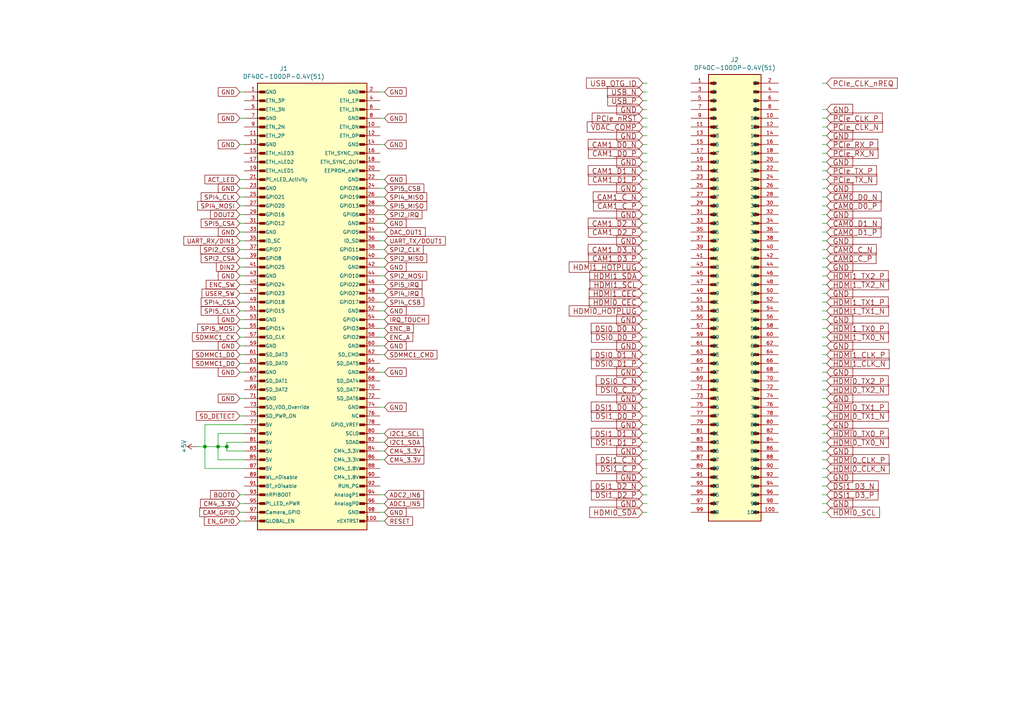
<source format=kicad_sch>
(kicad_sch (version 20230121) (generator eeschema)
  (paper "A4")
  (lib_symbols
    (symbol "DF40C-100DP-0.4V(51)_1" (pin_names (offset 1.016))
      (property "Reference" "J10" (at -7.62 70.2818 0))
      (property "Value" "DF40C-100DP-0.4V(51)" (at -7.62 67.9704 0))
      (symbol "DF40C-100DP-0.4V(51)_1_1_0"
        (pin passive line (at -19.05 63.5 0) (length 5.08) (name "GND") (number "1"))
        (pin passive line (at 20.32 53.34 180) (length 5.08) (name "ETH_0N") (number "10"))
        (pin passive line (at 20.32 -60.96 180) (length 5.08) (name "nEXTRST") (number "100"))
        (pin passive line (at -19.05 50.8 0) (length 5.08) (name "ETH_2P") (number "11"))
        (pin passive line (at 20.32 50.8 180) (length 5.08) (name "ETH_0P") (number "12"))
        (pin passive line (at -19.05 48.26 0) (length 5.08) (name "GND") (number "13"))
        (pin passive line (at 20.32 48.26 180) (length 5.08) (name "GND") (number "14"))
        (pin passive line (at -19.05 45.72 0) (length 5.08) (name "ETH_nLED3") (number "15"))
        (pin passive line (at 20.32 45.72 180) (length 5.08) (name "ETH_SYNC_IN") (number "16"))
        (pin passive line (at -19.05 43.18 0) (length 5.08) (name "ETH_nLED2") (number "17"))
        (pin passive line (at 20.32 43.18 180) (length 5.08) (name "ETH_SYNC_OUT") (number "18"))
        (pin passive line (at -19.05 40.64 0) (length 5.08) (name "ETH_nLED1") (number "19"))
        (pin passive line (at 20.32 63.5 180) (length 5.08) (name "GND") (number "2"))
        (pin passive line (at 20.32 40.64 180) (length 5.08) (name "EEPROM_nWP") (number "20"))
        (pin passive line (at -19.05 38.1 0) (length 5.08) (name "Pi_nLED_Activity") (number "21"))
        (pin passive line (at 20.32 38.1 180) (length 5.08) (name "GND") (number "22"))
        (pin passive line (at -19.05 35.56 0) (length 5.08) (name "GND") (number "23"))
        (pin passive line (at 20.32 35.56 180) (length 5.08) (name "GPIO26") (number "24"))
        (pin passive line (at -19.05 33.02 0) (length 5.08) (name "GPIO21") (number "25"))
        (pin passive line (at 20.32 33.02 180) (length 5.08) (name "GPIO19") (number "26"))
        (pin passive line (at -19.05 30.48 0) (length 5.08) (name "GPIO20") (number "27"))
        (pin passive line (at 20.32 30.48 180) (length 5.08) (name "GPIO13") (number "28"))
        (pin passive line (at -19.05 27.94 0) (length 5.08) (name "GPIO16") (number "29"))
        (pin passive line (at -19.05 60.96 0) (length 5.08) (name "ETN_3P") (number "3"))
        (pin passive line (at 20.32 27.94 180) (length 5.08) (name "GPIO6") (number "30"))
        (pin passive line (at -19.05 25.4 0) (length 5.08) (name "GPIO12") (number "31"))
        (pin passive line (at 20.32 25.4 180) (length 5.08) (name "GND") (number "32"))
        (pin passive line (at -19.05 22.86 0) (length 5.08) (name "GND") (number "33"))
        (pin passive line (at 20.32 22.86 180) (length 5.08) (name "GPIO5") (number "34"))
        (pin passive line (at -19.05 20.32 0) (length 5.08) (name "ID_SC") (number "35"))
        (pin passive line (at 20.32 20.32 180) (length 5.08) (name "ID_SD") (number "36"))
        (pin passive line (at -19.05 17.78 0) (length 5.08) (name "GPIO7") (number "37"))
        (pin passive line (at 20.32 17.78 180) (length 5.08) (name "GPIO11") (number "38"))
        (pin passive line (at -19.05 15.24 0) (length 5.08) (name "GPIO8") (number "39"))
        (pin passive line (at 20.32 60.96 180) (length 5.08) (name "ETH_1P") (number "4"))
        (pin passive line (at 20.32 15.24 180) (length 5.08) (name "GPIO9") (number "40"))
        (pin passive line (at -19.05 12.7 0) (length 5.08) (name "GPIO25") (number "41"))
        (pin passive line (at 20.32 12.7 180) (length 5.08) (name "GND") (number "42"))
        (pin passive line (at -19.05 10.16 0) (length 5.08) (name "GND") (number "43"))
        (pin passive line (at 20.32 10.16 180) (length 5.08) (name "GPIO10") (number "44"))
        (pin passive line (at -19.05 7.62 0) (length 5.08) (name "GPIO24") (number "45"))
        (pin passive line (at 20.32 7.62 180) (length 5.08) (name "GPIO22") (number "46"))
        (pin passive line (at -19.05 5.08 0) (length 5.08) (name "GPIO23") (number "47"))
        (pin passive line (at 20.32 5.08 180) (length 5.08) (name "GPIO27") (number "48"))
        (pin passive line (at -19.05 2.54 0) (length 5.08) (name "GPIO18") (number "49"))
        (pin passive line (at -19.05 58.42 0) (length 5.08) (name "ETH_3N") (number "5"))
        (pin passive line (at 20.32 2.54 180) (length 5.08) (name "GPIO17") (number "50"))
        (pin passive line (at -19.05 0 0) (length 5.08) (name "GPIO15") (number "51"))
        (pin passive line (at 20.32 0 180) (length 5.08) (name "GND") (number "52"))
        (pin passive line (at -19.05 -2.54 0) (length 5.08) (name "GND") (number "53"))
        (pin passive line (at 20.32 -2.54 180) (length 5.08) (name "GPIO4") (number "54"))
        (pin passive line (at -19.05 -5.08 0) (length 5.08) (name "GPIO14") (number "55"))
        (pin passive line (at 20.32 -5.08 180) (length 5.08) (name "GPIO3") (number "56"))
        (pin passive line (at -19.05 -7.62 0) (length 5.08) (name "SD_CLK") (number "57"))
        (pin passive line (at 20.32 -7.62 180) (length 5.08) (name "GPIO2") (number "58"))
        (pin passive line (at -19.05 -10.16 0) (length 5.08) (name "GND") (number "59"))
        (pin passive line (at 20.32 58.42 180) (length 5.08) (name "ETH_1N") (number "6"))
        (pin passive line (at 20.32 -10.16 180) (length 5.08) (name "GND") (number "60"))
        (pin passive line (at -19.05 -12.7 0) (length 5.08) (name "SD_DAT3") (number "61"))
        (pin passive line (at 20.32 -12.7 180) (length 5.08) (name "SD_CMD") (number "62"))
        (pin passive line (at -19.05 -15.24 0) (length 5.08) (name "SD_DAT0") (number "63"))
        (pin passive line (at 20.32 -15.24 180) (length 5.08) (name "SD_DAT5") (number "64"))
        (pin passive line (at -19.05 -17.78 0) (length 5.08) (name "GND") (number "65"))
        (pin passive line (at 20.32 -17.78 180) (length 5.08) (name "GND") (number "66"))
        (pin passive line (at -19.05 -20.32 0) (length 5.08) (name "SD_DAT1") (number "67"))
        (pin passive line (at 20.32 -20.32 180) (length 5.08) (name "SD_DAT4") (number "68"))
        (pin passive line (at -19.05 -22.86 0) (length 5.08) (name "SD_DAT2") (number "69"))
        (pin passive line (at -19.05 55.88 0) (length 5.08) (name "GND") (number "7"))
        (pin passive line (at 20.32 -22.86 180) (length 5.08) (name "SD_DAT7") (number "70"))
        (pin passive line (at -19.05 -25.4 0) (length 5.08) (name "GND") (number "71"))
        (pin passive line (at 20.32 -25.4 180) (length 5.08) (name "SD_DAT6") (number "72"))
        (pin passive line (at -19.05 -27.94 0) (length 5.08) (name "SD_VDD_Override") (number "73"))
        (pin passive line (at 20.32 -27.94 180) (length 5.08) (name "GND") (number "74"))
        (pin passive line (at -19.05 -30.48 0) (length 5.08) (name "SD_PWR_ON") (number "75"))
        (pin passive line (at 20.32 -30.48 180) (length 5.08) (name "NC") (number "76"))
        (pin passive line (at -19.05 -33.02 0) (length 5.08) (name "5V") (number "77"))
        (pin passive line (at 20.32 -33.02 180) (length 5.08) (name "GPIO_VREF") (number "78"))
        (pin passive line (at -19.05 -35.56 0) (length 5.08) (name "5V") (number "79"))
        (pin passive line (at 20.32 55.88 180) (length 5.08) (name "GND") (number "8"))
        (pin passive line (at 20.32 -35.56 180) (length 5.08) (name "SCL0") (number "80"))
        (pin passive line (at -19.05 -38.1 0) (length 5.08) (name "5V") (number "81"))
        (pin passive line (at 20.32 -38.1 180) (length 5.08) (name "SDA0") (number "82"))
        (pin passive line (at -19.05 -40.64 0) (length 5.08) (name "5V") (number "83"))
        (pin passive line (at 20.32 -40.64 180) (length 5.08) (name "CM4_3.3V") (number "84"))
        (pin passive line (at -19.05 -43.18 0) (length 5.08) (name "5V") (number "85"))
        (pin passive line (at 20.32 -43.18 180) (length 5.08) (name "CM4_3.3V") (number "86"))
        (pin passive line (at -19.05 -45.72 0) (length 5.08) (name "5V") (number "87"))
        (pin passive line (at 20.32 -45.72 180) (length 5.08) (name "CM4_1.8V") (number "88"))
        (pin passive line (at -19.05 -48.26 0) (length 5.08) (name "WL_nDisable") (number "89"))
        (pin passive line (at -19.05 53.34 0) (length 5.08) (name "ETN_2N") (number "9"))
        (pin passive line (at 20.32 -48.26 180) (length 5.08) (name "CM4_1.8V") (number "90"))
        (pin passive line (at -19.05 -50.8 0) (length 5.08) (name "BT_nDisable") (number "91"))
        (pin passive line (at 20.32 -50.8 180) (length 5.08) (name "RUN_PG") (number "92"))
        (pin passive line (at -19.05 -53.34 0) (length 5.08) (name "nRPIBOOT") (number "93"))
        (pin passive line (at 20.32 -53.34 180) (length 5.08) (name "AnalogP1") (number "94"))
        (pin passive line (at -19.05 -55.88 0) (length 5.08) (name "PI_LED_nPWR") (number "95"))
        (pin passive line (at 20.32 -55.88 180) (length 5.08) (name "AnalogP0") (number "96"))
        (pin passive line (at -19.05 -58.42 0) (length 5.08) (name "Camera_GPIO") (number "97"))
        (pin passive line (at 20.32 -58.42 180) (length 5.08) (name "GND") (number "98"))
        (pin passive line (at -19.05 -60.96 0) (length 5.08) (name "GLOBAL_EN") (number "99"))
      )
    )
    (symbol "DF40C-100DP-0.4V_51_:DF40C-100DP-0.4V(51)" (pin_names (offset 1.016))
      (property "Reference" "J" (at -7.62 64.262 0))
      (property "Value" "DF40C-100DP-0.4V(51)" (at -7.62 -66.802 0))
      (symbol "DF40C-100DP-0.4V(51)_0_0"
        (pin passive line (at -12.7 60.96 0) (length 5.08) (name "1") (number "1"))
        (pin passive line (at 12.7 50.8 180) (length 5.08) (name "10") (number "10"))
        (pin passive line (at 12.7 -63.5 180) (length 5.08) (name "100") (number "100"))
        (pin passive line (at -12.7 48.26 0) (length 5.08) (name "11") (number "11"))
        (pin passive line (at 12.7 48.26 180) (length 5.08) (name "12") (number "12"))
        (pin passive line (at -12.7 45.72 0) (length 5.08) (name "13") (number "13"))
        (pin passive line (at 12.7 45.72 180) (length 5.08) (name "14") (number "14"))
        (pin passive line (at -12.7 43.18 0) (length 5.08) (name "15") (number "15"))
        (pin passive line (at 12.7 43.18 180) (length 5.08) (name "16") (number "16"))
        (pin passive line (at -12.7 40.64 0) (length 5.08) (name "17") (number "17"))
        (pin passive line (at 12.7 40.64 180) (length 5.08) (name "18") (number "18"))
        (pin passive line (at -12.7 38.1 0) (length 5.08) (name "19") (number "19"))
        (pin passive line (at 12.7 60.96 180) (length 5.08) (name "2") (number "2"))
        (pin passive line (at 12.7 38.1 180) (length 5.08) (name "20") (number "20"))
        (pin passive line (at -12.7 35.56 0) (length 5.08) (name "21") (number "21"))
        (pin passive line (at 12.7 35.56 180) (length 5.08) (name "22") (number "22"))
        (pin passive line (at -12.7 33.02 0) (length 5.08) (name "23") (number "23"))
        (pin passive line (at 12.7 33.02 180) (length 5.08) (name "24") (number "24"))
        (pin passive line (at -12.7 30.48 0) (length 5.08) (name "25") (number "25"))
        (pin passive line (at 12.7 30.48 180) (length 5.08) (name "26") (number "26"))
        (pin passive line (at -12.7 27.94 0) (length 5.08) (name "27") (number "27"))
        (pin passive line (at 12.7 27.94 180) (length 5.08) (name "28") (number "28"))
        (pin passive line (at -12.7 25.4 0) (length 5.08) (name "29") (number "29"))
        (pin passive line (at -12.7 58.42 0) (length 5.08) (name "3") (number "3"))
        (pin passive line (at 12.7 25.4 180) (length 5.08) (name "30") (number "30"))
        (pin passive line (at -12.7 22.86 0) (length 5.08) (name "31") (number "31"))
        (pin passive line (at 12.7 22.86 180) (length 5.08) (name "32") (number "32"))
        (pin passive line (at -12.7 20.32 0) (length 5.08) (name "33") (number "33"))
        (pin passive line (at 12.7 20.32 180) (length 5.08) (name "34") (number "34"))
        (pin passive line (at -12.7 17.78 0) (length 5.08) (name "35") (number "35"))
        (pin passive line (at 12.7 17.78 180) (length 5.08) (name "36") (number "36"))
        (pin passive line (at -12.7 15.24 0) (length 5.08) (name "37") (number "37"))
        (pin passive line (at 12.7 15.24 180) (length 5.08) (name "38") (number "38"))
        (pin passive line (at -12.7 12.7 0) (length 5.08) (name "39") (number "39"))
        (pin passive line (at 12.7 58.42 180) (length 5.08) (name "4") (number "4"))
        (pin passive line (at 12.7 12.7 180) (length 5.08) (name "40") (number "40"))
        (pin passive line (at -12.7 10.16 0) (length 5.08) (name "41") (number "41"))
        (pin passive line (at 12.7 10.16 180) (length 5.08) (name "42") (number "42"))
        (pin passive line (at -12.7 7.62 0) (length 5.08) (name "43") (number "43"))
        (pin passive line (at 12.7 7.62 180) (length 5.08) (name "44") (number "44"))
        (pin passive line (at -12.7 5.08 0) (length 5.08) (name "45") (number "45"))
        (pin passive line (at 12.7 5.08 180) (length 5.08) (name "46") (number "46"))
        (pin passive line (at -12.7 2.54 0) (length 5.08) (name "47") (number "47"))
        (pin passive line (at 12.7 2.54 180) (length 5.08) (name "48") (number "48"))
        (pin passive line (at -12.7 0 0) (length 5.08) (name "49") (number "49"))
        (pin passive line (at -12.7 55.88 0) (length 5.08) (name "5") (number "5"))
        (pin passive line (at 12.7 0 180) (length 5.08) (name "50") (number "50"))
        (pin passive line (at -12.7 -2.54 0) (length 5.08) (name "51") (number "51"))
        (pin passive line (at 12.7 -2.54 180) (length 5.08) (name "52") (number "52"))
        (pin passive line (at -12.7 -5.08 0) (length 5.08) (name "53") (number "53"))
        (pin passive line (at 12.7 -5.08 180) (length 5.08) (name "54") (number "54"))
        (pin passive line (at -12.7 -7.62 0) (length 5.08) (name "55") (number "55"))
        (pin passive line (at 12.7 -7.62 180) (length 5.08) (name "56") (number "56"))
        (pin passive line (at -12.7 -10.16 0) (length 5.08) (name "57") (number "57"))
        (pin passive line (at 12.7 -10.16 180) (length 5.08) (name "58") (number "58"))
        (pin passive line (at -12.7 -12.7 0) (length 5.08) (name "59") (number "59"))
        (pin passive line (at 12.7 55.88 180) (length 5.08) (name "6") (number "6"))
        (pin passive line (at 12.7 -12.7 180) (length 5.08) (name "60") (number "60"))
        (pin passive line (at -12.7 -15.24 0) (length 5.08) (name "61") (number "61"))
        (pin passive line (at 12.7 -15.24 180) (length 5.08) (name "62") (number "62"))
        (pin passive line (at -12.7 -17.78 0) (length 5.08) (name "63") (number "63"))
        (pin passive line (at 12.7 -17.78 180) (length 5.08) (name "64") (number "64"))
        (pin passive line (at -12.7 -20.32 0) (length 5.08) (name "65") (number "65"))
        (pin passive line (at 12.7 -20.32 180) (length 5.08) (name "66") (number "66"))
        (pin passive line (at -12.7 -22.86 0) (length 5.08) (name "67") (number "67"))
        (pin passive line (at 12.7 -22.86 180) (length 5.08) (name "68") (number "68"))
        (pin passive line (at -12.7 -25.4 0) (length 5.08) (name "69") (number "69"))
        (pin passive line (at -12.7 53.34 0) (length 5.08) (name "7") (number "7"))
        (pin passive line (at 12.7 -25.4 180) (length 5.08) (name "70") (number "70"))
        (pin passive line (at -12.7 -27.94 0) (length 5.08) (name "71") (number "71"))
        (pin passive line (at 12.7 -27.94 180) (length 5.08) (name "72") (number "72"))
        (pin passive line (at -12.7 -30.48 0) (length 5.08) (name "73") (number "73"))
        (pin passive line (at 12.7 -30.48 180) (length 5.08) (name "74") (number "74"))
        (pin passive line (at -12.7 -33.02 0) (length 5.08) (name "75") (number "75"))
        (pin passive line (at 12.7 -33.02 180) (length 5.08) (name "76") (number "76"))
        (pin passive line (at -12.7 -35.56 0) (length 5.08) (name "77") (number "77"))
        (pin passive line (at 12.7 -35.56 180) (length 5.08) (name "78") (number "78"))
        (pin passive line (at -12.7 -38.1 0) (length 5.08) (name "79") (number "79"))
        (pin passive line (at 12.7 53.34 180) (length 5.08) (name "8") (number "8"))
        (pin passive line (at 12.7 -38.1 180) (length 5.08) (name "80") (number "80"))
        (pin passive line (at -12.7 -40.64 0) (length 5.08) (name "81") (number "81"))
        (pin passive line (at 12.7 -40.64 180) (length 5.08) (name "82") (number "82"))
        (pin passive line (at -12.7 -43.18 0) (length 5.08) (name "83") (number "83"))
        (pin passive line (at 12.7 -43.18 180) (length 5.08) (name "84") (number "84"))
        (pin passive line (at -12.7 -45.72 0) (length 5.08) (name "85") (number "85"))
        (pin passive line (at 12.7 -45.72 180) (length 5.08) (name "86") (number "86"))
        (pin passive line (at -12.7 -48.26 0) (length 5.08) (name "87") (number "87"))
        (pin passive line (at 12.7 -48.26 180) (length 5.08) (name "88") (number "88"))
        (pin passive line (at -12.7 -50.8 0) (length 5.08) (name "89") (number "89"))
        (pin passive line (at -12.7 50.8 0) (length 5.08) (name "9") (number "9"))
        (pin passive line (at 12.7 -50.8 180) (length 5.08) (name "90") (number "90"))
        (pin passive line (at -12.7 -53.34 0) (length 5.08) (name "91") (number "91"))
        (pin passive line (at 12.7 -53.34 180) (length 5.08) (name "92") (number "92"))
        (pin passive line (at -12.7 -55.88 0) (length 5.08) (name "93") (number "93"))
        (pin passive line (at 12.7 -55.88 180) (length 5.08) (name "94") (number "94"))
        (pin passive line (at -12.7 -58.42 0) (length 5.08) (name "95") (number "95"))
        (pin passive line (at 12.7 -58.42 180) (length 5.08) (name "96") (number "96"))
        (pin passive line (at -12.7 -60.96 0) (length 5.08) (name "97") (number "97"))
        (pin passive line (at 12.7 -60.96 180) (length 5.08) (name "98") (number "98"))
        (pin passive line (at -12.7 -63.5 0) (length 5.08) (name "99") (number "99"))
      )
    )
    (symbol "power:+5V" (power) (pin_names (offset 0))
      (property "Value" "+5V" (at 0 3.556 0))
      (symbol "+5V_1_1"
        (pin power_in line (at 0 0 90) (length 0) hide (name "+5V") (number "1"))
      )
    )
  )
  (junction (at 65.786 129.54))
  (junction (at 63.246 129.54))
  (junction (at 59.436 129.54))
  (wire (pts (xy 111.506 57.15) (xy 110.236 57.15)))
  (wire (pts (xy 111.506 95.25) (xy 110.236 95.25)))
  (wire (pts (xy 111.506 128.27) (xy 110.236 128.27)))
  (wire (pts (xy 186.436 123.19) (xy 187.706 123.19)))
  (wire (pts (xy 238.506 138.43) (xy 239.776 138.43)))
  (wire (pts (xy 239.776 54.61) (xy 238.506 54.61)))
  (wire (pts (xy 69.596 69.85) (xy 70.866 69.85)))
  (wire (pts (xy 70.866 52.07) (xy 69.596 52.07)))
  (wire (pts (xy 110.236 143.51) (xy 111.506 143.51)))
  (wire (pts (xy 110.236 64.77) (xy 111.506 64.77)))
  (wire (pts (xy 70.866 102.87) (xy 69.596 102.87)))
  (wire (pts (xy 59.436 123.19) (xy 59.436 129.54)))
  (wire (pts (xy 69.596 120.65) (xy 70.866 120.65)))
  (wire (pts (xy 187.706 100.33) (xy 186.436 100.33)))
  (wire (pts (xy 69.596 105.41) (xy 70.866 105.41)))
  (wire (pts (xy 70.866 62.23) (xy 69.596 62.23)))
  (wire (pts (xy 239.776 46.99) (xy 238.506 46.99)))
  (wire (pts (xy 111.506 62.23) (xy 110.236 62.23)))
  (wire (pts (xy 65.786 129.54) (xy 63.246 129.54)))
  (wire (pts (xy 187.706 67.31) (xy 186.436 67.31)))
  (wire (pts (xy 239.776 69.85) (xy 238.506 69.85)))
  (wire (pts (xy 186.436 102.87) (xy 187.706 102.87)))
  (wire (pts (xy 238.506 100.33) (xy 239.776 100.33)))
  (wire (pts (xy 238.506 95.25) (xy 239.776 95.25)))
  (wire (pts (xy 187.706 77.47) (xy 186.436 77.47)))
  (wire (pts (xy 186.436 107.95) (xy 187.706 107.95)))
  (wire (pts (xy 186.436 148.59) (xy 187.706 148.59)))
  (wire (pts (xy 186.436 130.81) (xy 187.706 130.81)))
  (wire (pts (xy 186.436 80.01) (xy 187.706 80.01)))
  (wire (pts (xy 186.436 64.77) (xy 187.706 64.77)))
  (wire (pts (xy 69.596 41.91) (xy 70.866 41.91)))
  (wire (pts (xy 187.706 110.49) (xy 186.436 110.49)))
  (wire (pts (xy 69.596 74.93) (xy 70.866 74.93)))
  (wire (pts (xy 110.236 87.63) (xy 111.506 87.63)))
  (wire (pts (xy 110.236 82.55) (xy 111.506 82.55)))
  (wire (pts (xy 239.776 120.65) (xy 238.506 120.65)))
  (wire (pts (xy 70.866 34.29) (xy 69.596 34.29)))
  (wire (pts (xy 239.776 115.57) (xy 238.506 115.57)))
  (wire (pts (xy 59.436 135.89) (xy 70.866 135.89)))
  (wire (pts (xy 186.436 140.97) (xy 187.706 140.97)))
  (wire (pts (xy 110.236 34.29) (xy 111.506 34.29)))
  (wire (pts (xy 110.236 133.35) (xy 111.506 133.35)))
  (wire (pts (xy 238.506 24.13) (xy 239.776 24.13)))
  (wire (pts (xy 69.596 115.57) (xy 70.866 115.57)))
  (wire (pts (xy 238.506 143.51) (xy 239.776 143.51)))
  (wire (pts (xy 111.506 90.17) (xy 110.236 90.17)))
  (wire (pts (xy 238.506 125.73) (xy 239.776 125.73)))
  (wire (pts (xy 239.776 107.95) (xy 238.506 107.95)))
  (wire (pts (xy 238.506 123.19) (xy 239.776 123.19)))
  (wire (pts (xy 111.506 41.91) (xy 110.236 41.91)))
  (wire (pts (xy 187.706 36.83) (xy 186.436 36.83)))
  (wire (pts (xy 239.776 133.35) (xy 238.506 133.35)))
  (wire (pts (xy 239.776 128.27) (xy 238.506 128.27)))
  (wire (pts (xy 69.596 26.67) (xy 70.866 26.67)))
  (wire (pts (xy 69.596 151.13) (xy 70.866 151.13)))
  (wire (pts (xy 186.436 97.79) (xy 187.706 97.79)))
  (wire (pts (xy 70.866 72.39) (xy 69.596 72.39)))
  (wire (pts (xy 110.236 97.79) (xy 111.506 97.79)))
  (wire (pts (xy 63.246 133.35) (xy 63.246 129.54)))
  (wire (pts (xy 70.866 133.35) (xy 63.246 133.35)))
  (wire (pts (xy 69.596 54.61) (xy 70.866 54.61)))
  (wire (pts (xy 186.436 85.09) (xy 187.706 85.09)))
  (wire (pts (xy 239.776 80.01) (xy 238.506 80.01)))
  (wire (pts (xy 186.436 95.25) (xy 187.706 95.25)))
  (wire (pts (xy 70.866 146.05) (xy 69.596 146.05)))
  (wire (pts (xy 186.436 39.37) (xy 187.706 39.37)))
  (wire (pts (xy 239.776 57.15) (xy 238.506 57.15)))
  (wire (pts (xy 186.436 118.11) (xy 187.706 118.11)))
  (wire (pts (xy 65.786 128.27) (xy 70.866 128.27)))
  (wire (pts (xy 111.506 72.39) (xy 110.236 72.39)))
  (wire (pts (xy 186.436 34.29) (xy 187.706 34.29)))
  (wire (pts (xy 110.236 92.71) (xy 111.506 92.71)))
  (wire (pts (xy 239.776 31.75) (xy 238.506 31.75)))
  (wire (pts (xy 187.706 31.75) (xy 186.436 31.75)))
  (wire (pts (xy 238.506 49.53) (xy 239.776 49.53)))
  (wire (pts (xy 70.866 130.81) (xy 65.786 130.81)))
  (wire (pts (xy 187.706 52.07) (xy 186.436 52.07)))
  (wire (pts (xy 186.436 44.45) (xy 187.706 44.45)))
  (wire (pts (xy 110.236 130.81) (xy 111.506 130.81)))
  (wire (pts (xy 70.866 125.73) (xy 63.246 125.73)))
  (wire (pts (xy 238.506 34.29) (xy 239.776 34.29)))
  (wire (pts (xy 70.866 77.47) (xy 69.596 77.47)))
  (wire (pts (xy 111.506 146.05) (xy 110.236 146.05)))
  (wire (pts (xy 186.436 54.61) (xy 187.706 54.61)))
  (wire (pts (xy 70.866 123.19) (xy 59.436 123.19)))
  (wire (pts (xy 186.436 135.89) (xy 187.706 135.89)))
  (wire (pts (xy 186.436 90.17) (xy 187.706 90.17)))
  (wire (pts (xy 65.786 130.81) (xy 65.786 129.54)))
  (wire (pts (xy 110.236 151.13) (xy 111.506 151.13)))
  (wire (pts (xy 186.436 125.73) (xy 187.706 125.73)))
  (wire (pts (xy 186.436 113.03) (xy 187.706 113.03)))
  (wire (pts (xy 187.706 115.57) (xy 186.436 115.57)))
  (wire (pts (xy 110.236 74.93) (xy 111.506 74.93)))
  (wire (pts (xy 238.506 36.83) (xy 239.776 36.83)))
  (wire (pts (xy 238.506 64.77) (xy 239.776 64.77)))
  (wire (pts (xy 186.436 74.93) (xy 187.706 74.93)))
  (wire (pts (xy 238.506 113.03) (xy 239.776 113.03)))
  (wire (pts (xy 70.866 97.79) (xy 69.596 97.79)))
  (wire (pts (xy 69.596 100.33) (xy 70.866 100.33)))
  (wire (pts (xy 70.866 92.71) (xy 69.596 92.71)))
  (wire (pts (xy 69.596 80.01) (xy 70.866 80.01)))
  (wire (pts (xy 186.436 49.53) (xy 187.706 49.53)))
  (wire (pts (xy 65.786 128.27) (xy 65.786 129.54)))
  (wire (pts (xy 187.706 46.99) (xy 186.436 46.99)))
  (wire (pts (xy 110.236 54.61) (xy 111.506 54.61)))
  (wire (pts (xy 187.706 92.71) (xy 186.436 92.71)))
  (wire (pts (xy 69.596 90.17) (xy 70.866 90.17)))
  (wire (pts (xy 239.776 39.37) (xy 238.506 39.37)))
  (wire (pts (xy 239.776 102.87) (xy 238.506 102.87)))
  (wire (pts (xy 110.236 148.59) (xy 111.506 148.59)))
  (wire (pts (xy 187.706 105.41) (xy 186.436 105.41)))
  (wire (pts (xy 187.706 29.21) (xy 186.436 29.21)))
  (wire (pts (xy 69.596 64.77) (xy 70.866 64.77)))
  (wire (pts (xy 186.436 26.67) (xy 187.706 26.67)))
  (wire (pts (xy 239.776 74.93) (xy 238.506 74.93)))
  (wire (pts (xy 111.506 67.31) (xy 110.236 67.31)))
  (wire (pts (xy 69.596 59.69) (xy 70.866 59.69)))
  (wire (pts (xy 186.436 69.85) (xy 187.706 69.85)))
  (wire (pts (xy 70.866 67.31) (xy 69.596 67.31)))
  (wire (pts (xy 238.506 87.63) (xy 239.776 87.63)))
  (wire (pts (xy 186.436 143.51) (xy 187.706 143.51)))
  (wire (pts (xy 238.506 77.47) (xy 239.776 77.47)))
  (wire (pts (xy 110.236 125.73) (xy 111.506 125.73)))
  (wire (pts (xy 69.596 85.09) (xy 70.866 85.09)))
  (wire (pts (xy 238.506 44.45) (xy 239.776 44.45)))
  (wire (pts (xy 187.706 133.35) (xy 186.436 133.35)))
  (wire (pts (xy 110.236 80.01) (xy 111.506 80.01)))
  (wire (pts (xy 69.596 148.59) (xy 70.866 148.59)))
  (wire (pts (xy 63.246 129.54) (xy 59.436 129.54)))
  (wire (pts (xy 69.596 95.25) (xy 70.866 95.25)))
  (wire (pts (xy 187.706 146.05) (xy 186.436 146.05)))
  (wire (pts (xy 110.236 59.69) (xy 111.506 59.69)))
  (wire (pts (xy 110.236 69.85) (xy 111.506 69.85)))
  (wire (pts (xy 187.706 62.23) (xy 186.436 62.23)))
  (wire (pts (xy 111.506 26.67) (xy 110.236 26.67)))
  (wire (pts (xy 70.866 82.55) (xy 69.596 82.55)))
  (wire (pts (xy 110.236 102.87) (xy 111.506 102.87)))
  (wire (pts (xy 187.706 57.15) (xy 186.436 57.15)))
  (wire (pts (xy 239.776 140.97) (xy 238.506 140.97)))
  (wire (pts (xy 111.506 100.33) (xy 110.236 100.33)))
  (wire (pts (xy 238.506 72.39) (xy 239.776 72.39)))
  (wire (pts (xy 238.506 118.11) (xy 239.776 118.11)))
  (wire (pts (xy 238.506 148.59) (xy 239.776 148.59)))
  (wire (pts (xy 187.706 138.43) (xy 186.436 138.43)))
  (wire (pts (xy 186.436 24.13) (xy 187.706 24.13)))
  (wire (pts (xy 111.506 107.95) (xy 110.236 107.95)))
  (wire (pts (xy 70.866 143.51) (xy 69.596 143.51)))
  (wire (pts (xy 238.506 105.41) (xy 239.776 105.41)))
  (wire (pts (xy 111.506 77.47) (xy 110.236 77.47)))
  (wire (pts (xy 63.246 125.73) (xy 63.246 129.54)))
  (wire (pts (xy 187.706 87.63) (xy 186.436 87.63)))
  (wire (pts (xy 239.776 62.23) (xy 238.506 62.23)))
  (wire (pts (xy 238.506 130.81) (xy 239.776 130.81)))
  (wire (pts (xy 239.776 146.05) (xy 238.506 146.05)))
  (wire (pts (xy 111.506 118.11) (xy 110.236 118.11)))
  (wire (pts (xy 187.706 72.39) (xy 186.436 72.39)))
  (wire (pts (xy 186.436 59.69) (xy 187.706 59.69)))
  (wire (pts (xy 239.776 92.71) (xy 238.506 92.71)))
  (wire (pts (xy 239.776 85.09) (xy 238.506 85.09)))
  (wire (pts (xy 238.506 41.91) (xy 239.776 41.91)))
  (wire (pts (xy 111.506 52.07) (xy 110.236 52.07)))
  (wire (pts (xy 238.506 82.55) (xy 239.776 82.55)))
  (wire (pts (xy 187.706 82.55) (xy 186.436 82.55)))
  (wire (pts (xy 238.506 59.69) (xy 239.776 59.69)))
  (wire (pts (xy 70.866 87.63) (xy 69.596 87.63)))
  (wire (pts (xy 70.866 57.15) (xy 69.596 57.15)))
  (wire (pts (xy 239.776 97.79) (xy 238.506 97.79)))
  (wire (pts (xy 59.436 129.54) (xy 59.436 135.89)))
  (wire (pts (xy 238.506 67.31) (xy 239.776 67.31)))
  (wire (pts (xy 69.596 107.95) (xy 70.866 107.95)))
  (wire (pts (xy 187.706 41.91) (xy 186.436 41.91)))
  (wire (pts (xy 187.706 128.27) (xy 186.436 128.27)))
  (wire (pts (xy 111.506 85.09) (xy 110.236 85.09)))
  (wire (pts (xy 187.706 120.65) (xy 186.436 120.65)))
  (wire (pts (xy 238.506 135.89) (xy 239.776 135.89)))
  (wire (pts (xy 238.506 52.07) (xy 239.776 52.07)))
  (wire (pts (xy 238.506 90.17) (xy 239.776 90.17)))
  (wire (pts (xy 59.436 129.54) (xy 56.896 129.54)))
  (wire (pts (xy 238.506 110.49) (xy 239.776 110.49)))
  (global_label "HDMI0_TX2_N" (shape input) (at 239.776 113.03 0) (effects (font (size 1.524 1.524))) (property "Intersheetrefs" "${INTERSHEET_REFS}" (effects hide)))
  (global_label "SPI4_CSA" (shape input) (at 69.596 87.63 180) (property "Intersheetrefs" "${INTERSHEET_REFS}" (effects hide)))
  (global_label "HDMI1_CEC" (shape input) (at 186.436 85.09 180) (effects (font (size 1.524 1.524))) (property "Intersheetrefs" "${INTERSHEET_REFS}" (effects hide)))
  (global_label "CAM1_D0_P" (shape input) (at 186.436 44.45 180) (effects (font (size 1.524 1.524))) (property "Intersheetrefs" "${INTERSHEET_REFS}" (effects hide)))
  (global_label "GND" (shape input) (at 111.506 77.47 0) (property "Intersheetrefs" "${INTERSHEET_REFS}" (effects hide)))
  (global_label "HDMI1_TX0_P" (shape input) (at 239.776 95.25 0) (effects (font (size 1.524 1.524))) (property "Intersheetrefs" "${INTERSHEET_REFS}" (effects hide)))
  (global_label "GND" (shape input) (at 186.436 46.99 180) (effects (font (size 1.524 1.524))) (property "Intersheetrefs" "${INTERSHEET_REFS}" (effects hide)))
  (global_label "IRQ_TOUCH" (shape input) (at 111.506 92.71 0) (property "Intersheetrefs" "${INTERSHEET_REFS}" (effects hide)))
  (global_label "ENC_A" (shape input) (at 111.506 97.79 0) (property "Intersheetrefs" "${INTERSHEET_REFS}" (effects hide)))
  (global_label "GND" (shape input) (at 186.436 54.61 180) (effects (font (size 1.524 1.524))) (property "Intersheetrefs" "${INTERSHEET_REFS}" (effects hide)))
  (global_label "GND" (shape input) (at 186.436 39.37 180) (effects (font (size 1.524 1.524))) (property "Intersheetrefs" "${INTERSHEET_REFS}" (effects hide)))
  (global_label "CAM1_D3_N" (shape input) (at 186.436 72.39 180) (effects (font (size 1.524 1.524))) (property "Intersheetrefs" "${INTERSHEET_REFS}" (effects hide)))
  (global_label "DSI1_D2_P" (shape input) (at 186.436 143.51 180) (effects (font (size 1.524 1.524))) (property "Intersheetrefs" "${INTERSHEET_REFS}" (effects hide)))
  (global_label "GND" (shape input) (at 111.506 52.07 0) (property "Intersheetrefs" "${INTERSHEET_REFS}" (effects hide)))
  (global_label "SPI5_IRQ" (shape input) (at 111.506 82.55 0) (property "Intersheetrefs" "${INTERSHEET_REFS}" (effects hide)))
  (global_label "SDMMC1_CMD" (shape input) (at 111.506 102.87 0) (property "Intersheetrefs" "${INTERSHEET_REFS}" (effects hide)))
  (global_label "PCIe_RX_N" (shape input) (at 239.776 44.45 0) (effects (font (size 1.524 1.524))) (property "Intersheetrefs" "${INTERSHEET_REFS}" (effects hide)))
  (global_label "GND" (shape input) (at 69.596 54.61 180) (property "Intersheetrefs" "${INTERSHEET_REFS}" (effects hide)))
  (global_label "SDMMC1_D0" (shape input) (at 69.596 102.87 180) (property "Intersheetrefs" "${INTERSHEET_REFS}" (effects hide)))
  (global_label "GND" (shape input) (at 239.776 115.57 0) (effects (font (size 1.524 1.524))) (property "Intersheetrefs" "${INTERSHEET_REFS}" (effects hide)))
  (global_label "PCIe_CLK_P" (shape input) (at 239.776 34.29 0) (effects (font (size 1.524 1.524))) (property "Intersheetrefs" "${INTERSHEET_REFS}" (effects hide)))
  (global_label "EN_GPIO" (shape input) (at 69.596 151.13 180) (property "Intersheetrefs" "${INTERSHEET_REFS}" (effects hide)))
  (global_label "DSI1_D1_P" (shape input) (at 186.436 128.27 180) (effects (font (size 1.524 1.524))) (property "Intersheetrefs" "${INTERSHEET_REFS}" (effects hide)))
  (global_label "PCIe_nRST" (shape input) (at 186.436 34.29 180) (effects (font (size 1.524 1.524))) (property "Intersheetrefs" "${INTERSHEET_REFS}" (effects hide)))
  (global_label "GND" (shape input) (at 239.776 138.43 0) (effects (font (size 1.524 1.524))) (property "Intersheetrefs" "${INTERSHEET_REFS}" (effects hide)))
  (global_label "SPI2_CSA" (shape input) (at 69.596 74.93 180) (property "Intersheetrefs" "${INTERSHEET_REFS}" (effects hide)))
  (global_label "HDMI0_SCL" (shape input) (at 239.776 148.59 0) (effects (font (size 1.524 1.524))) (property "Intersheetrefs" "${INTERSHEET_REFS}" (effects hide)))
  (global_label "SPI2_MOSI" (shape input) (at 111.506 80.01 0) (property "Intersheetrefs" "${INTERSHEET_REFS}" (effects hide)))
  (global_label "DSI0_D0_N" (shape input) (at 186.436 95.25 180) (effects (font (size 1.524 1.524))) (property "Intersheetrefs" "${INTERSHEET_REFS}" (effects hide)))
  (global_label "HDMI1_TX1_P" (shape input) (at 239.776 87.63 0) (effects (font (size 1.524 1.524))) (property "Intersheetrefs" "${INTERSHEET_REFS}" (effects hide)))
  (global_label "CM4_3.3V" (shape input) (at 111.506 130.81 0) (property "Intersheetrefs" "${INTERSHEET_REFS}" (effects hide)))
  (global_label "SPI5_MOSI" (shape input) (at 69.596 95.25 180) (property "Intersheetrefs" "${INTERSHEET_REFS}" (effects hide)))
  (global_label "DSI0_C_P" (shape input) (at 186.436 113.03 180) (effects (font (size 1.524 1.524))) (property "Intersheetrefs" "${INTERSHEET_REFS}" (effects hide)))
  (global_label "ACT_LED" (shape input) (at 69.596 52.07 180) (property "Intersheetrefs" "${INTERSHEET_REFS}" (effects hide)))
  (global_label "GND" (shape input) (at 69.596 41.91 180) (property "Intersheetrefs" "${INTERSHEET_REFS}" (effects hide)))
  (global_label "GND" (shape input) (at 186.436 123.19 180) (effects (font (size 1.524 1.524))) (property "Intersheetrefs" "${INTERSHEET_REFS}" (effects hide)))
  (global_label "PCIe_TX_N" (shape input) (at 239.776 52.07 0) (effects (font (size 1.524 1.524))) (property "Intersheetrefs" "${INTERSHEET_REFS}" (effects hide)))
  (global_label "CAM0_D1_P" (shape input) (at 239.776 67.31 0) (effects (font (size 1.524 1.524))) (property "Intersheetrefs" "${INTERSHEET_REFS}" (effects hide)))
  (global_label "HDMI1_SCL" (shape input) (at 186.436 82.55 180) (effects (font (size 1.524 1.524))) (property "Intersheetrefs" "${INTERSHEET_REFS}" (effects hide)))
  (global_label "USB_P" (shape input) (at 186.436 29.21 180) (effects (font (size 1.524 1.524))) (property "Intersheetrefs" "${INTERSHEET_REFS}" (effects hide)))
  (global_label "CAM1_D2_P" (shape input) (at 186.436 67.31 180) (effects (font (size 1.524 1.524))) (property "Intersheetrefs" "${INTERSHEET_REFS}" (effects hide)))
  (global_label "GND" (shape input) (at 111.506 148.59 0) (property "Intersheetrefs" "${INTERSHEET_REFS}" (effects hide)))
  (global_label "DSI1_D0_N" (shape input) (at 186.436 118.11 180) (effects (font (size 1.524 1.524))) (property "Intersheetrefs" "${INTERSHEET_REFS}" (effects hide)))
  (global_label "GND" (shape input) (at 69.596 80.01 180) (property "Intersheetrefs" "${INTERSHEET_REFS}" (effects hide)))
  (global_label "GND" (shape input) (at 239.776 85.09 0) (effects (font (size 1.524 1.524))) (property "Intersheetrefs" "${INTERSHEET_REFS}" (effects hide)))
  (global_label "DSI0_C_N" (shape input) (at 186.436 110.49 180) (effects (font (size 1.524 1.524))) (property "Intersheetrefs" "${INTERSHEET_REFS}" (effects hide)))
  (global_label "HDMI1_TX2_N" (shape input) (at 239.776 82.55 0) (effects (font (size 1.524 1.524))) (property "Intersheetrefs" "${INTERSHEET_REFS}" (effects hide)))
  (global_label "CAM0_D0_N" (shape input) (at 239.776 57.15 0) (effects (font (size 1.524 1.524))) (property "Intersheetrefs" "${INTERSHEET_REFS}" (effects hide)))
  (global_label "HDMI0_CLK_P" (shape input) (at 239.776 133.35 0) (effects (font (size 1.524 1.524))) (property "Intersheetrefs" "${INTERSHEET_REFS}" (effects hide)))
  (global_label "DSI0_D1_N" (shape input) (at 186.436 102.87 180) (effects (font (size 1.524 1.524))) (property "Intersheetrefs" "${INTERSHEET_REFS}" (effects hide)))
  (global_label "SPI2_MISO" (shape input) (at 111.506 74.93 0) (property "Intersheetrefs" "${INTERSHEET_REFS}" (effects hide)))
  (global_label "SPI2_CSB" (shape input) (at 69.596 72.39 180) (property "Intersheetrefs" "${INTERSHEET_REFS}" (effects hide)))
  (global_label "HDMI0_HOTPLUG" (shape input) (at 186.436 90.17 180) (effects (font (size 1.524 1.524))) (property "Intersheetrefs" "${INTERSHEET_REFS}" (effects hide)))
  (global_label "BOOT0" (shape input) (at 69.596 143.51 180) (property "Intersheetrefs" "${INTERSHEET_REFS}" (effects hide)))
  (global_label "GND" (shape input) (at 239.776 100.33 0) (effects (font (size 1.524 1.524))) (property "Intersheetrefs" "${INTERSHEET_REFS}" (effects hide)))
  (global_label "GND" (shape input) (at 239.776 62.23 0) (effects (font (size 1.524 1.524))) (property "Intersheetrefs" "${INTERSHEET_REFS}" (effects hide)))
  (global_label "USB_N" (shape input) (at 186.436 26.67 180) (effects (font (size 1.524 1.524))) (property "Intersheetrefs" "${INTERSHEET_REFS}" (effects hide)))
  (global_label "HDMI1_TX0_N" (shape input) (at 239.776 97.79 0) (effects (font (size 1.524 1.524))) (property "Intersheetrefs" "${INTERSHEET_REFS}" (effects hide)))
  (global_label "GND" (shape input) (at 239.776 31.75 0) (effects (font (size 1.524 1.524))) (property "Intersheetrefs" "${INTERSHEET_REFS}" (effects hide)))
  (global_label "GND" (shape input) (at 186.436 92.71 180) (effects (font (size 1.524 1.524))) (property "Intersheetrefs" "${INTERSHEET_REFS}" (effects hide)))
  (global_label "DSI1_D2_N" (shape input) (at 186.436 140.97 180) (effects (font (size 1.524 1.524))) (property "Intersheetrefs" "${INTERSHEET_REFS}" (effects hide)))
  (global_label "GND" (shape input) (at 69.596 100.33 180) (property "Intersheetrefs" "${INTERSHEET_REFS}" (effects hide)))
  (global_label "GND" (shape input) (at 186.436 100.33 180) (effects (font (size 1.524 1.524))) (property "Intersheetrefs" "${INTERSHEET_REFS}" (effects hide)))
  (global_label "GND" (shape input) (at 239.776 46.99 0) (effects (font (size 1.524 1.524))) (property "Intersheetrefs" "${INTERSHEET_REFS}" (effects hide)))
  (global_label "DAC_OUT1" (shape input) (at 111.506 67.31 0) (property "Intersheetrefs" "${INTERSHEET_REFS}" (effects hide)))
  (global_label "SPI5_CSA" (shape input) (at 69.596 64.77 180) (property "Intersheetrefs" "${INTERSHEET_REFS}" (effects hide)))
  (global_label "GND" (shape input) (at 239.776 92.71 0) (effects (font (size 1.524 1.524))) (property "Intersheetrefs" "${INTERSHEET_REFS}" (effects hide)))
  (global_label "CM4_3.3V" (shape input) (at 69.596 146.05 180) (property "Intersheetrefs" "${INTERSHEET_REFS}" (effects hide)))
  (global_label "SPI2_IRQ" (shape input) (at 111.506 62.23 0) (property "Intersheetrefs" "${INTERSHEET_REFS}" (effects hide)))
  (global_label "GND" (shape input) (at 69.596 34.29 180) (property "Intersheetrefs" "${INTERSHEET_REFS}" (effects hide)))
  (global_label "GND" (shape input) (at 111.506 107.95 0) (property "Intersheetrefs" "${INTERSHEET_REFS}" (effects hide)))
  (global_label "HDMI0_TX0_N" (shape input) (at 239.776 128.27 0) (effects (font (size 1.524 1.524))) (property "Intersheetrefs" "${INTERSHEET_REFS}" (effects hide)))
  (global_label "HDMI1_HOTPLUG" (shape input) (at 186.436 77.47 180) (effects (font (size 1.524 1.524))) (property "Intersheetrefs" "${INTERSHEET_REFS}" (effects hide)))
  (global_label "GND" (shape input) (at 186.436 130.81 180) (effects (font (size 1.524 1.524))) (property "Intersheetrefs" "${INTERSHEET_REFS}" (effects hide)))
  (global_label "UART_TX{slash}DOUT1" (shape input) (at 111.506 69.85 0) (property "Intersheetrefs" "${INTERSHEET_REFS}" (effects hide)))
  (global_label "SDMMC1_CK" (shape input) (at 69.596 97.79 180) (property "Intersheetrefs" "${INTERSHEET_REFS}" (effects hide)))
  (global_label "GND" (shape input) (at 186.436 107.95 180) (effects (font (size 1.524 1.524))) (property "Intersheetrefs" "${INTERSHEET_REFS}" (effects hide)))
  (global_label "GND" (shape input) (at 239.776 107.95 0) (effects (font (size 1.524 1.524))) (property "Intersheetrefs" "${INTERSHEET_REFS}" (effects hide)))
  (global_label "UART_RX{slash}DIN1" (shape input) (at 69.596 69.85 180) (property "Intersheetrefs" "${INTERSHEET_REFS}" (effects hide)))
  (global_label "SD_DETECT" (shape input) (at 69.596 120.65 180) (property "Intersheetrefs" "${INTERSHEET_REFS}" (effects hide)))
  (global_label "GND" (shape input) (at 239.776 130.81 0) (effects (font (size 1.524 1.524))) (property "Intersheetrefs" "${INTERSHEET_REFS}" (effects hide)))
  (global_label "SPI4_IRQ" (shape input) (at 111.506 85.09 0) (property "Intersheetrefs" "${INTERSHEET_REFS}" (effects hide)))
  (global_label "HDMI0_SDA" (shape input) (at 186.436 148.59 180) (effects (font (size 1.524 1.524))) (property "Intersheetrefs" "${INTERSHEET_REFS}" (effects hide)))
  (global_label "GND" (shape input) (at 239.776 146.05 0) (effects (font (size 1.524 1.524))) (property "Intersheetrefs" "${INTERSHEET_REFS}" (effects hide)))
  (global_label "GND" (shape input) (at 239.776 39.37 0) (effects (font (size 1.524 1.524))) (property "Intersheetrefs" "${INTERSHEET_REFS}" (effects hide)))
  (global_label "CAM0_D0_P" (shape input) (at 239.776 59.69 0) (effects (font (size 1.524 1.524))) (property "Intersheetrefs" "${INTERSHEET_REFS}" (effects hide)))
  (global_label "CAM_GPIO" (shape input) (at 69.596 148.59 180) (property "Intersheetrefs" "${INTERSHEET_REFS}" (effects hide)))
  (global_label "GND" (shape input) (at 111.506 100.33 0) (property "Intersheetrefs" "${INTERSHEET_REFS}" (effects hide)))
  (global_label "CAM0_C_N" (shape input) (at 239.776 72.39 0) (effects (font (size 1.524 1.524))) (property "Intersheetrefs" "${INTERSHEET_REFS}" (effects hide)))
  (global_label "SPI4_CSB" (shape input) (at 111.506 87.63 0) (property "Intersheetrefs" "${INTERSHEET_REFS}" (effects hide)))
  (global_label "HDMI0_CEC" (shape input) (at 186.436 87.63 180) (effects (font (size 1.524 1.524))) (property "Intersheetrefs" "${INTERSHEET_REFS}" (effects hide)))
  (global_label "DIN2" (shape input) (at 69.596 77.47 180) (property "Intersheetrefs" "${INTERSHEET_REFS}" (effects hide)))
  (global_label "HDMI1_SDA" (shape input) (at 186.436 80.01 180) (effects (font (size 1.524 1.524))) (property "Intersheetrefs" "${INTERSHEET_REFS}" (effects hide)))
  (global_label "DSI1_D0_P" (shape input) (at 186.436 120.65 180) (effects (font (size 1.524 1.524))) (property "Intersheetrefs" "${INTERSHEET_REFS}" (effects hide)))
  (global_label "RESET" (shape input) (at 111.506 151.13 0) (property "Intersheetrefs" "${INTERSHEET_REFS}" (effects hide)))
  (global_label "GND" (shape input) (at 186.436 115.57 180) (effects (font (size 1.524 1.524))) (property "Intersheetrefs" "${INTERSHEET_REFS}" (effects hide)))
  (global_label "GND" (shape input) (at 111.506 90.17 0) (property "Intersheetrefs" "${INTERSHEET_REFS}" (effects hide)))
  (global_label "HDMI0_CLK_N" (shape input) (at 239.776 135.89 0) (effects (font (size 1.524 1.524))) (property "Intersheetrefs" "${INTERSHEET_REFS}" (effects hide)))
  (global_label "CAM0_C_P" (shape input) (at 239.776 74.93 0) (effects (font (size 1.524 1.524))) (property "Intersheetrefs" "${INTERSHEET_REFS}" (effects hide)))
  (global_label "GND" (shape input) (at 111.506 118.11 0) (property "Intersheetrefs" "${INTERSHEET_REFS}" (effects hide)))
  (global_label "CAM1_D1_P" (shape input) (at 186.436 52.07 180) (effects (font (size 1.524 1.524))) (property "Intersheetrefs" "${INTERSHEET_REFS}" (effects hide)))
  (global_label "SPI4_CLK" (shape input) (at 69.596 57.15 180) (property "Intersheetrefs" "${INTERSHEET_REFS}" (effects hide)))
  (global_label "CAM1_C_N" (shape input) (at 186.436 57.15 180) (effects (font (size 1.524 1.524))) (property "Intersheetrefs" "${INTERSHEET_REFS}" (effects hide)))
  (global_label "GND" (shape input) (at 69.596 26.67 180) (property "Intersheetrefs" "${INTERSHEET_REFS}" (effects hide)))
  (global_label "GND" (shape input) (at 186.436 62.23 180) (effects (font (size 1.524 1.524))) (property "Intersheetrefs" "${INTERSHEET_REFS}" (effects hide)))
  (global_label "HDMI0_TX1_P" (shape input) (at 239.776 118.11 0) (effects (font (size 1.524 1.524))) (property "Intersheetrefs" "${INTERSHEET_REFS}" (effects hide)))
  (global_label "GND" (shape input) (at 186.436 31.75 180) (effects (font (size 1.524 1.524))) (property "Intersheetrefs" "${INTERSHEET_REFS}" (effects hide)))
  (global_label "GND" (shape input) (at 69.596 115.57 180) (property "Intersheetrefs" "${INTERSHEET_REFS}" (effects hide)))
  (global_label "DSI0_D0_P" (shape input) (at 186.436 97.79 180) (effects (font (size 1.524 1.524))) (property "Intersheetrefs" "${INTERSHEET_REFS}" (effects hide)))
  (global_label "DSI1_D1_N" (shape input) (at 186.436 125.73 180) (effects (font (size 1.524 1.524))) (property "Intersheetrefs" "${INTERSHEET_REFS}" (effects hide)))
  (global_label "GND" (shape input) (at 239.776 69.85 0) (effects (font (size 1.524 1.524))) (property "Intersheetrefs" "${INTERSHEET_REFS}" (effects hide)))
  (global_label "I2C1_SDA" (shape input) (at 111.506 128.27 0) (property "Intersheetrefs" "${INTERSHEET_REFS}" (effects hide)))
  (global_label "GND" (shape input) (at 111.506 34.29 0) (property "Intersheetrefs" "${INTERSHEET_REFS}" (effects hide)))
  (global_label "PCIe_TX_P" (shape input) (at 239.776 49.53 0) (effects (font (size 1.524 1.524))) (property "Intersheetrefs" "${INTERSHEET_REFS}" (effects hide)))
  (global_label "CM4_3.3V" (shape input) (at 111.506 133.35 0) (property "Intersheetrefs" "${INTERSHEET_REFS}" (effects hide)))
  (global_label "SPI2_CLK" (shape input) (at 111.506 72.39 0) (property "Intersheetrefs" "${INTERSHEET_REFS}" (effects hide)))
  (global_label "SPI5_CLK" (shape input) (at 69.596 90.17 180) (property "Intersheetrefs" "${INTERSHEET_REFS}" (effects hide)))
  (global_label "CAM1_D0_N" (shape input) (at 186.436 41.91 180) (effects (font (size 1.524 1.524))) (property "Intersheetrefs" "${INTERSHEET_REFS}" (effects hide)))
  (global_label "HDMI0_TX1_N" (shape input) (at 239.776 120.65 0) (effects (font (size 1.524 1.524))) (property "Intersheetrefs" "${INTERSHEET_REFS}" (effects hide)))
  (global_label "GND" (shape input) (at 69.596 67.31 180) (property "Intersheetrefs" "${INTERSHEET_REFS}" (effects hide)))
  (global_label "ENC_B" (shape input) (at 111.506 95.25 0) (property "Intersheetrefs" "${INTERSHEET_REFS}" (effects hide)))
  (global_label "SPI5_CSB" (shape input) (at 111.506 54.61 0) (property "Intersheetrefs" "${INTERSHEET_REFS}" (effects hide)))
  (global_label "DSI0_D1_P" (shape input) (at 186.436 105.41 180) (effects (font (size 1.524 1.524))) (property "Intersheetrefs" "${INTERSHEET_REFS}" (effects hide)))
  (global_label "PCIe_RX_P" (shape input) (at 239.776 41.91 0) (effects (font (size 1.524 1.524))) (property "Intersheetrefs" "${INTERSHEET_REFS}" (effects hide)))
  (global_label "CAM0_D1_N" (shape input) (at 239.776 64.77 0) (effects (font (size 1.524 1.524))) (property "Intersheetrefs" "${INTERSHEET_REFS}" (effects hide)))
  (global_label "VDAC_COMP" (shape input) (at 186.436 36.83 180) (effects (font (size 1.524 1.524))) (property "Intersheetrefs" "${INTERSHEET_REFS}" (effects hide)))
  (global_label "DSI1_C_N" (shape input) (at 186.436 133.35 180) (effects (font (size 1.524 1.524))) (property "Intersheetrefs" "${INTERSHEET_REFS}" (effects hide)))
  (global_label "GND" (shape input) (at 111.506 26.67 0) (property "Intersheetrefs" "${INTERSHEET_REFS}" (effects hide)))
  (global_label "GND" (shape input) (at 239.776 123.19 0) (effects (font (size 1.524 1.524))) (property "Intersheetrefs" "${INTERSHEET_REFS}" (effects hide)))
  (global_label "CAM1_D1_N" (shape input) (at 186.436 49.53 180) (effects (font (size 1.524 1.524))) (property "Intersheetrefs" "${INTERSHEET_REFS}" (effects hide)))
  (global_label "SPI4_MISO" (shape input) (at 111.506 57.15 0) (property "Intersheetrefs" "${INTERSHEET_REFS}" (effects hide)))
  (global_label "CAM1_C_P" (shape input) (at 186.436 59.69 180) (effects (font (size 1.524 1.524))) (property "Intersheetrefs" "${INTERSHEET_REFS}" (effects hide)))
  (global_label "SDMMC1_D0" (shape input) (at 69.596 105.41 180) (property "Intersheetrefs" "${INTERSHEET_REFS}" (effects hide)))
  (global_label "GND" (shape input) (at 186.436 146.05 180) (effects (font (size 1.524 1.524))) (property "Intersheetrefs" "${INTERSHEET_REFS}" (effects hide)))
  (global_label "PCIe_CLK_N" (shape input) (at 239.776 36.83 0) (effects (font (size 1.524 1.524))) (property "Intersheetrefs" "${INTERSHEET_REFS}" (effects hide)))
  (global_label "HDMI0_TX2_P" (shape input) (at 239.776 110.49 0) (effects (font (size 1.524 1.524))) (property "Intersheetrefs" "${INTERSHEET_REFS}" (effects hide)))
  (global_label "GND" (shape input) (at 69.596 107.95 180) (property "Intersheetrefs" "${INTERSHEET_REFS}" (effects hide)))
  (global_label "I2C1_SCL" (shape input) (at 111.506 125.73 0) (property "Intersheetrefs" "${INTERSHEET_REFS}" (effects hide)))
  (global_label "HDMI1_CLK_P" (shape input) (at 239.776 102.87 0) (effects (font (size 1.524 1.524))) (property "Intersheetrefs" "${INTERSHEET_REFS}" (effects hide)))
  (global_label "GND" (shape input) (at 239.776 54.61 0) (effects (font (size 1.524 1.524))) (property "Intersheetrefs" "${INTERSHEET_REFS}" (effects hide)))
  (global_label "HDMI1_CLK_N" (shape input) (at 239.776 105.41 0) (effects (font (size 1.524 1.524))) (property "Intersheetrefs" "${INTERSHEET_REFS}" (effects hide)))
  (global_label "ENC_SW" (shape input) (at 69.596 82.55 180) (property "Intersheetrefs" "${INTERSHEET_REFS}" (effects hide)))
  (global_label "DSI1_D3_N" (shape input) (at 239.776 140.97 0) (effects (font (size 1.524 1.524))) (property "Intersheetrefs" "${INTERSHEET_REFS}" (effects hide)))
  (global_label "USER_SW" (shape input) (at 69.596 85.09 180) (property "Intersheetrefs" "${INTERSHEET_REFS}" (effects hide)))
  (global_label "SPI4_MOSI" (shape input) (at 69.596 59.69 180) (property "Intersheetrefs" "${INTERSHEET_REFS}" (effects hide)))
  (global_label "HDMI0_TX0_P" (shape input) (at 239.776 125.73 0) (effects (font (size 1.524 1.524))) (property "Intersheetrefs" "${INTERSHEET_REFS}" (effects hide)))
  (global_label "ADC1_IN5" (shape input) (at 111.506 146.05 0) (property "Intersheetrefs" "${INTERSHEET_REFS}" (effects hide)))
  (global_label "USB_OTG_ID" (shape input) (at 186.436 24.13 180) (effects (font (size 1.524 1.524))) (property "Intersheetrefs" "${INTERSHEET_REFS}" (effects hide)))
  (global_label "SPI5_MISO" (shape input) (at 111.506 59.69 0) (property "Intersheetrefs" "${INTERSHEET_REFS}" (effects hide)))
  (global_label "ADC2_IN6" (shape input) (at 111.506 143.51 0) (property "Intersheetrefs" "${INTERSHEET_REFS}" (effects hide)))
  (global_label "DSI1_C_P" (shape input) (at 186.436 135.89 180) (effects (font (size 1.524 1.524))) (property "Intersheetrefs" "${INTERSHEET_REFS}" (effects hide)))
  (global_label "GND" (shape input) (at 111.506 41.91 0) (property "Intersheetrefs" "${INTERSHEET_REFS}" (effects hide)))
  (global_label "HDMI1_TX1_N" (shape input) (at 239.776 90.17 0) (effects (font (size 1.524 1.524))) (property "Intersheetrefs" "${INTERSHEET_REFS}" (effects hide)))
  (global_label "GND" (shape input) (at 186.436 138.43 180) (effects (font (size 1.524 1.524))) (property "Intersheetrefs" "${INTERSHEET_REFS}" (effects hide)))
  (global_label "GND" (shape input) (at 111.506 64.77 0) (property "Intersheetrefs" "${INTERSHEET_REFS}" (effects hide)))
  (global_label "GND" (shape input) (at 239.776 77.47 0) (effects (font (size 1.524 1.524))) (property "Intersheetrefs" "${INTERSHEET_REFS}" (effects hide)))
  (global_label "HDMI1_TX2_P" (shape input) (at 239.776 80.01 0) (effects (font (size 1.524 1.524))) (property "Intersheetrefs" "${INTERSHEET_REFS}" (effects hide)))
  (global_label "PCIe_CLK_nREQ" (shape input) (at 239.776 24.13 0) (effects (font (size 1.524 1.524))) (property "Intersheetrefs" "${INTERSHEET_REFS}" (effects hide)))
  (global_label "GND" (shape input) (at 186.436 69.85 180) (effects (font (size 1.524 1.524))) (property "Intersheetrefs" "${INTERSHEET_REFS}" (effects hide)))
  (global_label "CAM1_D2_N" (shape input) (at 186.436 64.77 180) (effects (font (size 1.524 1.524))) (property "Intersheetrefs" "${INTERSHEET_REFS}" (effects hide)))
  (global_label "GND" (shape input) (at 69.596 92.71 180) (property "Intersheetrefs" "${INTERSHEET_REFS}" (effects hide)))
  (global_label "DOUT2" (shape input) (at 69.596 62.23 180) (property "Intersheetrefs" "${INTERSHEET_REFS}" (effects hide)))
  (global_label "CAM1_D3_P" (shape input) (at 186.436 74.93 180) (effects (font (size 1.524 1.524))) (property "Intersheetrefs" "${INTERSHEET_REFS}" (effects hide)))
  (global_label "DSI1_D3_P" (shape input) (at 239.776 143.51 0) (effects (font (size 1.524 1.524))) (property "Intersheetrefs" "${INTERSHEET_REFS}" (effects hide)))
  (symbol (lib_id "power:+5V") (at 56.896 129.54 90) (mirror x) (unit 1)
    (property "Reference" "#PWR011" (effects hide))
    (property "Value" "+5V" (at 53.34 129.54 0))
    (instances (project "ulx4m" (path "" (reference "#PWR011") (unit 1))) (project "H745 CM4 module" (path "" (reference "#PWR011") (unit 1)) (path "" (reference "#PWR01") (unit 1))) (project "EEZ_BB3_CM4_SoM" (path "" (reference "#PWR011") (unit 1))))
  )
  (symbol (lib_name "DF40C-100DP-0.4V(51)_1") (lib_id "DF40C-100DP-0.4V_51_:DF40C-100DP-0.4V(51)") (at 89.916 90.17 0) (unit 1)
    (property "Reference" "J1" (at 82.296 19.8882 0))
    (property "Value" "DF40C-100DP-0.4V(51)" (at 82.296 22.1996 0))
    (property "Footprint" "CM4IO:HRS_DF40C-100DS-0.4V(51)" (effects hide))
    (property "MAXIMUM_PACKAGE_HEIGHT" "1.29mm" (effects hide))
    (property "MANUFACTURER" "Hirose Electric" (effects hide))
    (property "PARTREV" "02/2020" (effects hide))
    (property "STANDARD" "Manufacturer Recommendations" (effects hide))
    (instances (project "ulx4m" (path "" (reference "J1") (unit 1))) (project "H745 CM4 module" (path "" (reference "J1") (unit 1)) (path "" (reference "J10") (unit 1))) (project "EEZ_BB3_CM4_SoM" (path "" (reference "J10") (unit 1))))
  )
  (symbol (lib_id "DF40C-100DP-0.4V_51_:DF40C-100DP-0.4V(51)") (at 213.106 85.09 0) (unit 1)
    (property "Reference" "J2" (at 213.106 17.3482 0))
    (property "Value" "DF40C-100DP-0.4V(51)" (at 213.106 19.6596 0))
    (property "Footprint" "CM4IO:HRS_DF40C-100DS-0.4V(51)" (effects hide))
    (property "MAXIMUM_PACKAGE_HEIGHT" "1.29mm" (effects hide))
    (property "MANUFACTURER" "Hirose Electric" (effects hide))
    (property "PARTREV" "02/2020" (effects hide))
    (property "STANDARD" "Manufacturer Recommendations" (effects hide))
    (instances (project "ulx4m" (path "" (reference "J2") (unit 1))) (project "H745 CM4 module" (path "" (reference "J2") (unit 1)) (path "" (reference "J11") (unit 1))) (project "EEZ_BB3_CM4_SoM" (path "" (reference "J11") (unit 1))))
  )
)
</source>
